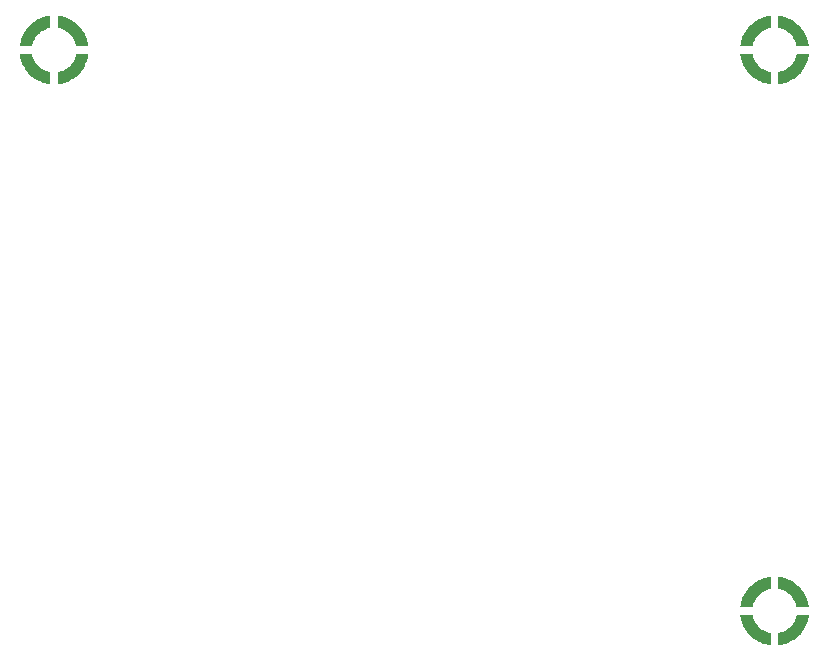
<source format=gbr>
G04 EAGLE Gerber RS-274X export*
G75*
%MOMM*%
%FSLAX34Y34*%
%LPD*%
%INSolderpaste Bottom*%
%IPPOS*%
%AMOC8*
5,1,8,0,0,1.08239X$1,22.5*%
G01*

G36*
X36797Y485987D02*
X36797Y485987D01*
X36792Y485994D01*
X36799Y486000D01*
X36799Y496300D01*
X36763Y496347D01*
X36756Y496342D01*
X36750Y496349D01*
X36653Y496349D01*
X36309Y496398D01*
X35662Y496548D01*
X34514Y496847D01*
X33767Y497096D01*
X32868Y497446D01*
X32370Y497645D01*
X31423Y498094D01*
X30674Y498493D01*
X29527Y499191D01*
X28879Y499640D01*
X28431Y499988D01*
X27682Y500588D01*
X27133Y501086D01*
X27133Y501087D01*
X26685Y501485D01*
X26337Y501882D01*
X26336Y501883D01*
X26336Y501884D01*
X25587Y502683D01*
X25139Y503231D01*
X24789Y503680D01*
X24391Y504228D01*
X24042Y504776D01*
X23642Y505425D01*
X23244Y506123D01*
X22845Y506921D01*
X22495Y507720D01*
X22146Y508567D01*
X21897Y509314D01*
X21698Y510062D01*
X21498Y510861D01*
X21349Y511605D01*
X21349Y511750D01*
X21313Y511797D01*
X21306Y511792D01*
X21300Y511799D01*
X10950Y511799D01*
X10903Y511763D01*
X10912Y511751D01*
X10902Y511740D01*
X10951Y511492D01*
X11051Y510793D01*
X11052Y510792D01*
X11051Y510792D01*
X11201Y509892D01*
X11202Y509891D01*
X11352Y509091D01*
X11352Y509090D01*
X11502Y508340D01*
X11503Y508339D01*
X11502Y508338D01*
X11752Y507338D01*
X11753Y507337D01*
X11753Y507336D01*
X12003Y506486D01*
X12004Y506485D01*
X12003Y506484D01*
X12303Y505584D01*
X12304Y505584D01*
X12304Y505583D01*
X12554Y504883D01*
X12854Y504083D01*
X12855Y504082D01*
X12854Y504081D01*
X13204Y503231D01*
X13206Y503230D01*
X13205Y503229D01*
X13555Y502479D01*
X13556Y502479D01*
X13556Y502478D01*
X14156Y501278D01*
X14158Y501277D01*
X14157Y501276D01*
X14957Y499876D01*
X14959Y499875D01*
X14959Y499873D01*
X15409Y499173D01*
X15658Y498774D01*
X15660Y498773D01*
X15660Y498772D01*
X16110Y498122D01*
X16460Y497622D01*
X16462Y497621D01*
X16461Y497620D01*
X16811Y497170D01*
X17311Y496520D01*
X17313Y496520D01*
X17312Y496518D01*
X17862Y495868D01*
X17863Y495868D01*
X18213Y495468D01*
X18214Y495467D01*
X18814Y494817D01*
X18815Y494816D01*
X18815Y494815D01*
X19915Y493715D01*
X19917Y493715D01*
X19917Y493713D01*
X20817Y492913D01*
X20818Y492913D01*
X20818Y492912D01*
X21468Y492362D01*
X21469Y492362D01*
X21969Y491962D01*
X21970Y491962D01*
X21970Y491961D01*
X22570Y491511D01*
X22571Y491511D01*
X22571Y491510D01*
X23271Y491010D01*
X23272Y491010D01*
X23922Y490560D01*
X23924Y490560D01*
X23924Y490558D01*
X24724Y490058D01*
X25274Y489708D01*
X25277Y489709D01*
X25277Y489706D01*
X26126Y489257D01*
X26826Y488857D01*
X26829Y488858D01*
X26829Y488855D01*
X27679Y488455D01*
X27680Y488456D01*
X27681Y488455D01*
X29431Y487705D01*
X29433Y487705D01*
X29434Y487704D01*
X30434Y487354D01*
X30434Y487353D01*
X31184Y487103D01*
X31185Y487104D01*
X31185Y487103D01*
X31985Y486853D01*
X31987Y486854D01*
X31988Y486852D01*
X33188Y486552D01*
X33189Y486552D01*
X34039Y486352D01*
X34040Y486353D01*
X34041Y486352D01*
X34841Y486202D01*
X35691Y486052D01*
X35693Y486052D01*
X35694Y486051D01*
X36494Y485951D01*
X36498Y485953D01*
X36500Y485951D01*
X36750Y485951D01*
X36797Y485987D01*
G37*
G36*
X43508Y485951D02*
X43508Y485951D01*
X44207Y486051D01*
X44208Y486052D01*
X44208Y486051D01*
X45108Y486201D01*
X45109Y486202D01*
X45909Y486352D01*
X45910Y486352D01*
X46660Y486502D01*
X46661Y486503D01*
X46662Y486502D01*
X47662Y486752D01*
X47663Y486753D01*
X47664Y486753D01*
X48514Y487003D01*
X48515Y487004D01*
X48516Y487003D01*
X49416Y487303D01*
X49416Y487304D01*
X49417Y487304D01*
X50117Y487554D01*
X50917Y487854D01*
X50918Y487855D01*
X50919Y487854D01*
X51769Y488204D01*
X51770Y488206D01*
X51771Y488205D01*
X52521Y488555D01*
X52521Y488556D01*
X52522Y488556D01*
X53722Y489156D01*
X53723Y489158D01*
X53724Y489157D01*
X55124Y489957D01*
X55125Y489959D01*
X55127Y489959D01*
X55827Y490409D01*
X56226Y490658D01*
X56227Y490660D01*
X56228Y490660D01*
X56878Y491110D01*
X57378Y491460D01*
X57379Y491462D01*
X57380Y491461D01*
X57830Y491811D01*
X58480Y492311D01*
X58481Y492313D01*
X58482Y492312D01*
X59132Y492862D01*
X59132Y492863D01*
X59532Y493213D01*
X59533Y493214D01*
X60183Y493814D01*
X60184Y493815D01*
X60185Y493815D01*
X61285Y494915D01*
X61285Y494917D01*
X61287Y494917D01*
X62087Y495817D01*
X62087Y495818D01*
X62088Y495818D01*
X62638Y496468D01*
X62638Y496469D01*
X63038Y496969D01*
X63039Y496970D01*
X63489Y497570D01*
X63489Y497571D01*
X63490Y497571D01*
X63990Y498271D01*
X63990Y498272D01*
X63991Y498272D01*
X64441Y498922D01*
X64440Y498924D01*
X64442Y498924D01*
X64942Y499724D01*
X65292Y500274D01*
X65291Y500277D01*
X65294Y500277D01*
X65743Y501126D01*
X66143Y501826D01*
X66142Y501829D01*
X66145Y501829D01*
X66545Y502679D01*
X66544Y502680D01*
X66545Y502681D01*
X67295Y504431D01*
X67295Y504433D01*
X67297Y504434D01*
X67647Y505434D01*
X67646Y505434D01*
X67647Y505434D01*
X67897Y506184D01*
X67897Y506185D01*
X68147Y506985D01*
X68146Y506987D01*
X68148Y506988D01*
X68448Y508188D01*
X68448Y508189D01*
X68648Y509039D01*
X68647Y509040D01*
X68648Y509041D01*
X68798Y509841D01*
X68799Y509841D01*
X68949Y510691D01*
X68948Y510693D01*
X68949Y510694D01*
X69049Y511494D01*
X69047Y511497D01*
X69047Y511498D01*
X69049Y511500D01*
X69049Y511750D01*
X69013Y511797D01*
X69006Y511792D01*
X69000Y511799D01*
X58700Y511799D01*
X58653Y511763D01*
X58658Y511756D01*
X58651Y511750D01*
X58651Y511653D01*
X58602Y511309D01*
X58452Y510661D01*
X58153Y509514D01*
X57904Y508767D01*
X57554Y507868D01*
X57355Y507370D01*
X56906Y506423D01*
X56507Y505674D01*
X55809Y504527D01*
X55360Y503879D01*
X55012Y503431D01*
X54412Y502682D01*
X53914Y502133D01*
X53913Y502133D01*
X53515Y501685D01*
X53118Y501337D01*
X53117Y501336D01*
X53116Y501336D01*
X52318Y500587D01*
X51769Y500139D01*
X51320Y499789D01*
X50772Y499391D01*
X50224Y499042D01*
X49575Y498642D01*
X48877Y498244D01*
X48079Y497845D01*
X47280Y497495D01*
X46433Y497146D01*
X45686Y496897D01*
X44937Y496698D01*
X44139Y496498D01*
X43395Y496349D01*
X43250Y496349D01*
X43203Y496313D01*
X43206Y496309D01*
X43203Y496306D01*
X43205Y496303D01*
X43201Y496300D01*
X43201Y485950D01*
X43237Y485903D01*
X43249Y485912D01*
X43260Y485902D01*
X43508Y485951D01*
G37*
G36*
X653508Y485951D02*
X653508Y485951D01*
X654207Y486051D01*
X654208Y486052D01*
X654208Y486051D01*
X655108Y486201D01*
X655109Y486202D01*
X655909Y486352D01*
X655910Y486352D01*
X656660Y486502D01*
X656661Y486503D01*
X656662Y486502D01*
X657662Y486752D01*
X657663Y486753D01*
X657664Y486753D01*
X658514Y487003D01*
X658515Y487004D01*
X658516Y487003D01*
X659416Y487303D01*
X659416Y487304D01*
X659417Y487304D01*
X660117Y487554D01*
X660917Y487854D01*
X660918Y487855D01*
X660919Y487854D01*
X661769Y488204D01*
X661770Y488206D01*
X661771Y488205D01*
X662521Y488555D01*
X662521Y488556D01*
X662522Y488556D01*
X663722Y489156D01*
X663723Y489158D01*
X663724Y489157D01*
X665124Y489957D01*
X665125Y489959D01*
X665127Y489959D01*
X665827Y490409D01*
X666226Y490658D01*
X666227Y490660D01*
X666228Y490660D01*
X666878Y491110D01*
X667378Y491460D01*
X667379Y491462D01*
X667380Y491461D01*
X667830Y491811D01*
X668480Y492311D01*
X668481Y492313D01*
X668482Y492312D01*
X669132Y492862D01*
X669132Y492863D01*
X669532Y493213D01*
X669533Y493214D01*
X670183Y493814D01*
X670184Y493815D01*
X670185Y493815D01*
X671285Y494915D01*
X671285Y494917D01*
X671287Y494917D01*
X672087Y495817D01*
X672087Y495818D01*
X672088Y495818D01*
X672638Y496468D01*
X672638Y496469D01*
X673038Y496969D01*
X673039Y496970D01*
X673489Y497570D01*
X673489Y497571D01*
X673490Y497571D01*
X673990Y498271D01*
X673990Y498272D01*
X673991Y498272D01*
X674441Y498922D01*
X674440Y498924D01*
X674442Y498924D01*
X674942Y499724D01*
X675292Y500274D01*
X675291Y500277D01*
X675294Y500277D01*
X675743Y501126D01*
X676143Y501826D01*
X676142Y501829D01*
X676145Y501829D01*
X676545Y502679D01*
X676544Y502680D01*
X676545Y502681D01*
X677295Y504431D01*
X677295Y504433D01*
X677297Y504434D01*
X677647Y505434D01*
X677646Y505434D01*
X677647Y505434D01*
X677897Y506184D01*
X677897Y506185D01*
X678147Y506985D01*
X678146Y506987D01*
X678148Y506988D01*
X678448Y508188D01*
X678448Y508189D01*
X678648Y509039D01*
X678647Y509040D01*
X678648Y509041D01*
X678798Y509841D01*
X678799Y509841D01*
X678949Y510691D01*
X678948Y510693D01*
X678949Y510694D01*
X679049Y511494D01*
X679047Y511497D01*
X679047Y511498D01*
X679049Y511500D01*
X679049Y511750D01*
X679013Y511797D01*
X679006Y511792D01*
X679000Y511799D01*
X668700Y511799D01*
X668653Y511763D01*
X668658Y511756D01*
X668651Y511750D01*
X668651Y511653D01*
X668602Y511309D01*
X668452Y510661D01*
X668153Y509514D01*
X667904Y508767D01*
X667554Y507868D01*
X667355Y507370D01*
X666906Y506423D01*
X666507Y505674D01*
X665809Y504527D01*
X665360Y503879D01*
X665012Y503431D01*
X664412Y502682D01*
X663914Y502133D01*
X663913Y502133D01*
X663515Y501685D01*
X663118Y501337D01*
X663117Y501336D01*
X663116Y501336D01*
X662318Y500587D01*
X661769Y500139D01*
X661320Y499789D01*
X660772Y499391D01*
X660224Y499042D01*
X659575Y498642D01*
X658877Y498244D01*
X658079Y497845D01*
X657280Y497495D01*
X656433Y497146D01*
X655686Y496897D01*
X654937Y496698D01*
X654139Y496498D01*
X653395Y496349D01*
X653250Y496349D01*
X653203Y496313D01*
X653206Y496309D01*
X653203Y496306D01*
X653205Y496303D01*
X653201Y496300D01*
X653201Y485950D01*
X653237Y485903D01*
X653249Y485912D01*
X653260Y485902D01*
X653508Y485951D01*
G37*
G36*
X646797Y10987D02*
X646797Y10987D01*
X646792Y10994D01*
X646799Y11000D01*
X646799Y21300D01*
X646763Y21347D01*
X646756Y21342D01*
X646750Y21349D01*
X646653Y21349D01*
X646309Y21398D01*
X645662Y21548D01*
X644514Y21847D01*
X643767Y22096D01*
X642868Y22446D01*
X642370Y22645D01*
X641423Y23094D01*
X640674Y23493D01*
X639527Y24191D01*
X638879Y24640D01*
X638431Y24988D01*
X637682Y25588D01*
X637133Y26086D01*
X637133Y26087D01*
X636685Y26485D01*
X636337Y26882D01*
X636336Y26883D01*
X636336Y26884D01*
X635587Y27683D01*
X635139Y28231D01*
X634789Y28680D01*
X634391Y29228D01*
X634042Y29776D01*
X633642Y30425D01*
X633244Y31123D01*
X632845Y31921D01*
X632495Y32720D01*
X632146Y33567D01*
X631897Y34314D01*
X631698Y35062D01*
X631498Y35861D01*
X631349Y36605D01*
X631349Y36750D01*
X631313Y36797D01*
X631306Y36792D01*
X631300Y36799D01*
X620950Y36799D01*
X620903Y36763D01*
X620912Y36751D01*
X620902Y36740D01*
X620951Y36492D01*
X621051Y35793D01*
X621052Y35792D01*
X621051Y35792D01*
X621201Y34892D01*
X621202Y34891D01*
X621352Y34091D01*
X621352Y34090D01*
X621502Y33340D01*
X621503Y33339D01*
X621502Y33338D01*
X621752Y32338D01*
X621753Y32337D01*
X621753Y32336D01*
X622003Y31486D01*
X622004Y31485D01*
X622003Y31484D01*
X622303Y30584D01*
X622304Y30584D01*
X622304Y30583D01*
X622554Y29883D01*
X622854Y29083D01*
X622855Y29082D01*
X622854Y29081D01*
X623204Y28231D01*
X623206Y28230D01*
X623205Y28229D01*
X623555Y27479D01*
X623556Y27479D01*
X623556Y27478D01*
X624156Y26278D01*
X624158Y26277D01*
X624157Y26276D01*
X624957Y24876D01*
X624959Y24875D01*
X624959Y24873D01*
X625409Y24173D01*
X625658Y23774D01*
X625660Y23773D01*
X625660Y23772D01*
X626110Y23122D01*
X626460Y22622D01*
X626462Y22621D01*
X626461Y22620D01*
X626811Y22170D01*
X627311Y21520D01*
X627313Y21520D01*
X627312Y21518D01*
X627862Y20868D01*
X627863Y20868D01*
X628213Y20468D01*
X628214Y20467D01*
X628814Y19817D01*
X628815Y19816D01*
X628815Y19815D01*
X629915Y18715D01*
X629917Y18715D01*
X629917Y18713D01*
X630817Y17913D01*
X630818Y17913D01*
X630818Y17912D01*
X631468Y17362D01*
X631469Y17362D01*
X631969Y16962D01*
X631970Y16962D01*
X631970Y16961D01*
X632570Y16511D01*
X632571Y16511D01*
X632571Y16510D01*
X633271Y16010D01*
X633272Y16010D01*
X633922Y15560D01*
X633924Y15560D01*
X633924Y15558D01*
X634724Y15058D01*
X635274Y14708D01*
X635277Y14709D01*
X635277Y14706D01*
X636126Y14257D01*
X636826Y13857D01*
X636829Y13858D01*
X636829Y13855D01*
X637679Y13455D01*
X637680Y13456D01*
X637681Y13455D01*
X639431Y12705D01*
X639433Y12705D01*
X639434Y12704D01*
X640434Y12354D01*
X640434Y12353D01*
X641184Y12103D01*
X641185Y12104D01*
X641185Y12103D01*
X641985Y11853D01*
X641987Y11854D01*
X641988Y11852D01*
X643188Y11552D01*
X643189Y11552D01*
X644039Y11352D01*
X644040Y11353D01*
X644041Y11352D01*
X644841Y11202D01*
X645691Y11052D01*
X645693Y11052D01*
X645694Y11051D01*
X646494Y10951D01*
X646498Y10953D01*
X646500Y10951D01*
X646750Y10951D01*
X646797Y10987D01*
G37*
G36*
X646797Y485987D02*
X646797Y485987D01*
X646792Y485994D01*
X646799Y486000D01*
X646799Y496300D01*
X646763Y496347D01*
X646756Y496342D01*
X646750Y496349D01*
X646653Y496349D01*
X646309Y496398D01*
X645662Y496548D01*
X644514Y496847D01*
X643767Y497096D01*
X642868Y497446D01*
X642370Y497645D01*
X641423Y498094D01*
X640674Y498493D01*
X639527Y499191D01*
X638879Y499640D01*
X638431Y499988D01*
X637682Y500588D01*
X637133Y501086D01*
X637133Y501087D01*
X636685Y501485D01*
X636337Y501882D01*
X636336Y501883D01*
X636336Y501884D01*
X635587Y502683D01*
X635139Y503231D01*
X634789Y503680D01*
X634391Y504228D01*
X634042Y504776D01*
X633642Y505425D01*
X633244Y506123D01*
X632845Y506921D01*
X632495Y507720D01*
X632146Y508567D01*
X631897Y509314D01*
X631698Y510062D01*
X631498Y510861D01*
X631349Y511605D01*
X631349Y511750D01*
X631313Y511797D01*
X631306Y511792D01*
X631300Y511799D01*
X620950Y511799D01*
X620903Y511763D01*
X620912Y511751D01*
X620902Y511740D01*
X620951Y511492D01*
X621051Y510793D01*
X621052Y510792D01*
X621051Y510792D01*
X621201Y509892D01*
X621202Y509891D01*
X621352Y509091D01*
X621352Y509090D01*
X621502Y508340D01*
X621503Y508339D01*
X621502Y508338D01*
X621752Y507338D01*
X621753Y507337D01*
X621753Y507336D01*
X622003Y506486D01*
X622004Y506485D01*
X622003Y506484D01*
X622303Y505584D01*
X622304Y505584D01*
X622304Y505583D01*
X622554Y504883D01*
X622854Y504083D01*
X622855Y504082D01*
X622854Y504081D01*
X623204Y503231D01*
X623206Y503230D01*
X623205Y503229D01*
X623555Y502479D01*
X623556Y502479D01*
X623556Y502478D01*
X624156Y501278D01*
X624158Y501277D01*
X624157Y501276D01*
X624957Y499876D01*
X624959Y499875D01*
X624959Y499873D01*
X625409Y499173D01*
X625658Y498774D01*
X625660Y498773D01*
X625660Y498772D01*
X626110Y498122D01*
X626460Y497622D01*
X626462Y497621D01*
X626461Y497620D01*
X626811Y497170D01*
X627311Y496520D01*
X627313Y496520D01*
X627312Y496518D01*
X627862Y495868D01*
X627863Y495868D01*
X628213Y495468D01*
X628214Y495467D01*
X628814Y494817D01*
X628815Y494816D01*
X628815Y494815D01*
X629915Y493715D01*
X629917Y493715D01*
X629917Y493713D01*
X630817Y492913D01*
X630818Y492913D01*
X630818Y492912D01*
X631468Y492362D01*
X631469Y492362D01*
X631969Y491962D01*
X631970Y491962D01*
X631970Y491961D01*
X632570Y491511D01*
X632571Y491511D01*
X632571Y491510D01*
X633271Y491010D01*
X633272Y491010D01*
X633922Y490560D01*
X633924Y490560D01*
X633924Y490558D01*
X634724Y490058D01*
X635274Y489708D01*
X635277Y489709D01*
X635277Y489706D01*
X636126Y489257D01*
X636826Y488857D01*
X636829Y488858D01*
X636829Y488855D01*
X637679Y488455D01*
X637680Y488456D01*
X637681Y488455D01*
X639431Y487705D01*
X639433Y487705D01*
X639434Y487704D01*
X640434Y487354D01*
X640434Y487353D01*
X641184Y487103D01*
X641185Y487104D01*
X641185Y487103D01*
X641985Y486853D01*
X641987Y486854D01*
X641988Y486852D01*
X643188Y486552D01*
X643189Y486552D01*
X644039Y486352D01*
X644040Y486353D01*
X644041Y486352D01*
X644841Y486202D01*
X645691Y486052D01*
X645693Y486052D01*
X645694Y486051D01*
X646494Y485951D01*
X646498Y485953D01*
X646500Y485951D01*
X646750Y485951D01*
X646797Y485987D01*
G37*
G36*
X631347Y43237D02*
X631347Y43237D01*
X631342Y43244D01*
X631349Y43250D01*
X631349Y43347D01*
X631398Y43691D01*
X631548Y44338D01*
X631847Y45486D01*
X632096Y46233D01*
X632446Y47132D01*
X632645Y47630D01*
X633094Y48577D01*
X633493Y49326D01*
X634191Y50473D01*
X634640Y51121D01*
X634988Y51569D01*
X635588Y52318D01*
X636086Y52867D01*
X636087Y52867D01*
X636485Y53315D01*
X636882Y53663D01*
X636883Y53664D01*
X636884Y53664D01*
X637683Y54413D01*
X638231Y54861D01*
X638680Y55211D01*
X639228Y55609D01*
X639776Y55958D01*
X640425Y56358D01*
X641123Y56756D01*
X641921Y57155D01*
X642720Y57505D01*
X643567Y57854D01*
X644314Y58103D01*
X645063Y58302D01*
X645861Y58502D01*
X646605Y58651D01*
X646750Y58651D01*
X646797Y58687D01*
X646792Y58694D01*
X646799Y58700D01*
X646799Y69050D01*
X646763Y69097D01*
X646751Y69088D01*
X646740Y69098D01*
X646492Y69049D01*
X645793Y68949D01*
X645792Y68948D01*
X645792Y68949D01*
X644892Y68799D01*
X644891Y68798D01*
X644091Y68648D01*
X644090Y68648D01*
X643340Y68498D01*
X643339Y68497D01*
X643338Y68498D01*
X642338Y68248D01*
X642337Y68247D01*
X642336Y68247D01*
X641486Y67997D01*
X641485Y67996D01*
X641484Y67997D01*
X640584Y67697D01*
X640584Y67696D01*
X640583Y67696D01*
X639883Y67446D01*
X639083Y67146D01*
X639082Y67145D01*
X639081Y67146D01*
X638231Y66796D01*
X638230Y66794D01*
X638229Y66795D01*
X637479Y66445D01*
X637479Y66444D01*
X637478Y66444D01*
X636278Y65844D01*
X636277Y65842D01*
X636276Y65843D01*
X634876Y65043D01*
X634875Y65041D01*
X634873Y65041D01*
X634173Y64591D01*
X633774Y64342D01*
X633773Y64340D01*
X633772Y64341D01*
X633122Y63891D01*
X633122Y63890D01*
X632622Y63540D01*
X632621Y63539D01*
X632620Y63539D01*
X632170Y63189D01*
X631520Y62689D01*
X631520Y62687D01*
X631518Y62688D01*
X630868Y62138D01*
X630868Y62137D01*
X630468Y61787D01*
X630467Y61786D01*
X629817Y61186D01*
X629816Y61185D01*
X629815Y61185D01*
X628715Y60085D01*
X628715Y60083D01*
X628713Y60083D01*
X627913Y59183D01*
X627913Y59182D01*
X627912Y59182D01*
X627362Y58532D01*
X627362Y58531D01*
X626962Y58031D01*
X626962Y58030D01*
X626961Y58030D01*
X626511Y57430D01*
X626511Y57429D01*
X626510Y57429D01*
X626010Y56729D01*
X626010Y56728D01*
X625560Y56078D01*
X625560Y56076D01*
X625558Y56076D01*
X625058Y55276D01*
X624708Y54726D01*
X624709Y54723D01*
X624706Y54723D01*
X624257Y53874D01*
X623857Y53174D01*
X623858Y53171D01*
X623855Y53171D01*
X623455Y52321D01*
X623456Y52320D01*
X623455Y52319D01*
X622705Y50569D01*
X622705Y50567D01*
X622704Y50566D01*
X622354Y49566D01*
X622353Y49566D01*
X622103Y48816D01*
X622104Y48815D01*
X622103Y48815D01*
X621853Y48015D01*
X621854Y48013D01*
X621852Y48012D01*
X621552Y46812D01*
X621552Y46811D01*
X621352Y45961D01*
X621353Y45960D01*
X621352Y45959D01*
X621202Y45159D01*
X621052Y44309D01*
X621052Y44307D01*
X621051Y44306D01*
X620951Y43506D01*
X620953Y43502D01*
X620951Y43500D01*
X620951Y43250D01*
X620987Y43203D01*
X620994Y43208D01*
X621000Y43201D01*
X631300Y43201D01*
X631347Y43237D01*
G37*
G36*
X21347Y518237D02*
X21347Y518237D01*
X21342Y518244D01*
X21349Y518250D01*
X21349Y518347D01*
X21398Y518691D01*
X21548Y519338D01*
X21847Y520486D01*
X22096Y521233D01*
X22446Y522132D01*
X22645Y522630D01*
X23094Y523577D01*
X23493Y524326D01*
X24191Y525473D01*
X24640Y526121D01*
X24988Y526569D01*
X25588Y527318D01*
X26086Y527867D01*
X26087Y527867D01*
X26485Y528315D01*
X26882Y528663D01*
X26883Y528664D01*
X26884Y528664D01*
X27683Y529413D01*
X28231Y529861D01*
X28680Y530211D01*
X29228Y530609D01*
X29776Y530958D01*
X30425Y531358D01*
X31123Y531756D01*
X31921Y532155D01*
X32720Y532505D01*
X33567Y532854D01*
X34314Y533103D01*
X35063Y533302D01*
X35861Y533502D01*
X36605Y533651D01*
X36750Y533651D01*
X36797Y533687D01*
X36792Y533694D01*
X36799Y533700D01*
X36799Y544050D01*
X36763Y544097D01*
X36751Y544088D01*
X36740Y544098D01*
X36492Y544049D01*
X35793Y543949D01*
X35792Y543948D01*
X35792Y543949D01*
X34892Y543799D01*
X34891Y543798D01*
X34091Y543648D01*
X34090Y543648D01*
X33340Y543498D01*
X33339Y543497D01*
X33338Y543498D01*
X32338Y543248D01*
X32337Y543247D01*
X32336Y543247D01*
X31486Y542997D01*
X31485Y542996D01*
X31484Y542997D01*
X30584Y542697D01*
X30584Y542696D01*
X30583Y542696D01*
X29883Y542446D01*
X29083Y542146D01*
X29082Y542145D01*
X29081Y542146D01*
X28231Y541796D01*
X28230Y541794D01*
X28229Y541795D01*
X27479Y541445D01*
X27479Y541444D01*
X27478Y541444D01*
X26278Y540844D01*
X26277Y540842D01*
X26276Y540843D01*
X24876Y540043D01*
X24875Y540041D01*
X24873Y540041D01*
X24173Y539591D01*
X23774Y539342D01*
X23773Y539340D01*
X23772Y539341D01*
X23122Y538891D01*
X23122Y538890D01*
X22622Y538540D01*
X22621Y538539D01*
X22620Y538539D01*
X22170Y538189D01*
X21520Y537689D01*
X21520Y537687D01*
X21518Y537688D01*
X20868Y537138D01*
X20868Y537137D01*
X20468Y536787D01*
X20467Y536786D01*
X19817Y536186D01*
X19816Y536185D01*
X19815Y536185D01*
X18715Y535085D01*
X18715Y535083D01*
X18713Y535083D01*
X17913Y534183D01*
X17913Y534182D01*
X17912Y534182D01*
X17362Y533532D01*
X17362Y533531D01*
X16962Y533031D01*
X16962Y533030D01*
X16961Y533030D01*
X16511Y532430D01*
X16511Y532429D01*
X16510Y532429D01*
X16010Y531729D01*
X16010Y531728D01*
X15560Y531078D01*
X15560Y531076D01*
X15558Y531076D01*
X15058Y530276D01*
X14708Y529726D01*
X14709Y529723D01*
X14706Y529723D01*
X14257Y528874D01*
X13857Y528174D01*
X13858Y528171D01*
X13855Y528171D01*
X13455Y527321D01*
X13456Y527320D01*
X13455Y527319D01*
X12705Y525569D01*
X12705Y525567D01*
X12704Y525566D01*
X12354Y524566D01*
X12353Y524566D01*
X12103Y523816D01*
X12104Y523815D01*
X12103Y523815D01*
X11853Y523015D01*
X11854Y523013D01*
X11852Y523012D01*
X11552Y521812D01*
X11552Y521811D01*
X11352Y520961D01*
X11353Y520960D01*
X11352Y520959D01*
X11202Y520159D01*
X11052Y519309D01*
X11052Y519307D01*
X11051Y519306D01*
X10951Y518506D01*
X10953Y518502D01*
X10951Y518500D01*
X10951Y518250D01*
X10987Y518203D01*
X10994Y518208D01*
X11000Y518201D01*
X21300Y518201D01*
X21347Y518237D01*
G37*
G36*
X631347Y518237D02*
X631347Y518237D01*
X631342Y518244D01*
X631349Y518250D01*
X631349Y518347D01*
X631398Y518691D01*
X631548Y519338D01*
X631847Y520486D01*
X632096Y521233D01*
X632446Y522132D01*
X632645Y522630D01*
X633094Y523577D01*
X633493Y524326D01*
X634191Y525473D01*
X634640Y526121D01*
X634988Y526569D01*
X635588Y527318D01*
X636086Y527867D01*
X636087Y527867D01*
X636485Y528315D01*
X636882Y528663D01*
X636883Y528664D01*
X636884Y528664D01*
X637683Y529413D01*
X638231Y529861D01*
X638680Y530211D01*
X639228Y530609D01*
X639776Y530958D01*
X640425Y531358D01*
X641123Y531756D01*
X641921Y532155D01*
X642720Y532505D01*
X643567Y532854D01*
X644314Y533103D01*
X645063Y533302D01*
X645861Y533502D01*
X646605Y533651D01*
X646750Y533651D01*
X646797Y533687D01*
X646792Y533694D01*
X646799Y533700D01*
X646799Y544050D01*
X646763Y544097D01*
X646751Y544088D01*
X646740Y544098D01*
X646492Y544049D01*
X645793Y543949D01*
X645792Y543948D01*
X645792Y543949D01*
X644892Y543799D01*
X644891Y543798D01*
X644091Y543648D01*
X644090Y543648D01*
X643340Y543498D01*
X643339Y543497D01*
X643338Y543498D01*
X642338Y543248D01*
X642337Y543247D01*
X642336Y543247D01*
X641486Y542997D01*
X641485Y542996D01*
X641484Y542997D01*
X640584Y542697D01*
X640584Y542696D01*
X640583Y542696D01*
X639883Y542446D01*
X639083Y542146D01*
X639082Y542145D01*
X639081Y542146D01*
X638231Y541796D01*
X638230Y541794D01*
X638229Y541795D01*
X637479Y541445D01*
X637479Y541444D01*
X637478Y541444D01*
X636278Y540844D01*
X636277Y540842D01*
X636276Y540843D01*
X634876Y540043D01*
X634875Y540041D01*
X634873Y540041D01*
X634173Y539591D01*
X633774Y539342D01*
X633773Y539340D01*
X633772Y539341D01*
X633122Y538891D01*
X633122Y538890D01*
X632622Y538540D01*
X632621Y538539D01*
X632620Y538539D01*
X632170Y538189D01*
X631520Y537689D01*
X631520Y537687D01*
X631518Y537688D01*
X630868Y537138D01*
X630868Y537137D01*
X630468Y536787D01*
X630467Y536786D01*
X629817Y536186D01*
X629816Y536185D01*
X629815Y536185D01*
X628715Y535085D01*
X628715Y535083D01*
X628713Y535083D01*
X627913Y534183D01*
X627913Y534182D01*
X627912Y534182D01*
X627362Y533532D01*
X627362Y533531D01*
X626962Y533031D01*
X626962Y533030D01*
X626961Y533030D01*
X626511Y532430D01*
X626511Y532429D01*
X626510Y532429D01*
X626010Y531729D01*
X626010Y531728D01*
X625560Y531078D01*
X625560Y531076D01*
X625558Y531076D01*
X625058Y530276D01*
X624708Y529726D01*
X624709Y529723D01*
X624706Y529723D01*
X624257Y528874D01*
X623857Y528174D01*
X623858Y528171D01*
X623855Y528171D01*
X623455Y527321D01*
X623456Y527320D01*
X623455Y527319D01*
X622705Y525569D01*
X622705Y525567D01*
X622704Y525566D01*
X622354Y524566D01*
X622353Y524566D01*
X622103Y523816D01*
X622104Y523815D01*
X622103Y523815D01*
X621853Y523015D01*
X621854Y523013D01*
X621852Y523012D01*
X621552Y521812D01*
X621552Y521811D01*
X621352Y520961D01*
X621353Y520960D01*
X621352Y520959D01*
X621202Y520159D01*
X621052Y519309D01*
X621052Y519307D01*
X621051Y519306D01*
X620951Y518506D01*
X620953Y518502D01*
X620951Y518500D01*
X620951Y518250D01*
X620987Y518203D01*
X620994Y518208D01*
X621000Y518201D01*
X631300Y518201D01*
X631347Y518237D01*
G37*
G36*
X653508Y10951D02*
X653508Y10951D01*
X654207Y11051D01*
X654208Y11052D01*
X654208Y11051D01*
X655108Y11201D01*
X655109Y11202D01*
X655909Y11352D01*
X655910Y11352D01*
X656660Y11502D01*
X656661Y11503D01*
X656662Y11502D01*
X657662Y11752D01*
X657663Y11753D01*
X657664Y11753D01*
X658514Y12003D01*
X658515Y12004D01*
X658516Y12003D01*
X659416Y12303D01*
X659416Y12304D01*
X659417Y12304D01*
X660117Y12554D01*
X660917Y12854D01*
X660918Y12855D01*
X660919Y12854D01*
X661769Y13204D01*
X661770Y13206D01*
X661771Y13205D01*
X662521Y13555D01*
X662521Y13556D01*
X662522Y13556D01*
X663722Y14156D01*
X663723Y14158D01*
X663724Y14157D01*
X665124Y14957D01*
X665125Y14959D01*
X665127Y14959D01*
X665827Y15409D01*
X666226Y15658D01*
X666227Y15660D01*
X666228Y15660D01*
X666878Y16110D01*
X667378Y16460D01*
X667379Y16462D01*
X667380Y16461D01*
X667830Y16811D01*
X668480Y17311D01*
X668481Y17313D01*
X668482Y17312D01*
X669132Y17862D01*
X669132Y17863D01*
X669532Y18213D01*
X669533Y18214D01*
X670183Y18814D01*
X670184Y18815D01*
X670185Y18815D01*
X671285Y19915D01*
X671285Y19917D01*
X671287Y19917D01*
X672087Y20817D01*
X672087Y20818D01*
X672088Y20818D01*
X672638Y21468D01*
X672638Y21469D01*
X673038Y21969D01*
X673039Y21970D01*
X673489Y22570D01*
X673489Y22571D01*
X673490Y22571D01*
X673990Y23271D01*
X673990Y23272D01*
X673991Y23272D01*
X674441Y23922D01*
X674440Y23924D01*
X674442Y23924D01*
X674942Y24724D01*
X675292Y25274D01*
X675291Y25277D01*
X675294Y25277D01*
X675743Y26126D01*
X676143Y26826D01*
X676142Y26829D01*
X676145Y26829D01*
X676545Y27679D01*
X676544Y27680D01*
X676545Y27681D01*
X677295Y29431D01*
X677295Y29433D01*
X677297Y29434D01*
X677647Y30434D01*
X677646Y30434D01*
X677647Y30434D01*
X677897Y31184D01*
X677897Y31185D01*
X678147Y31985D01*
X678146Y31987D01*
X678148Y31988D01*
X678448Y33188D01*
X678448Y33189D01*
X678648Y34039D01*
X678647Y34040D01*
X678648Y34041D01*
X678798Y34841D01*
X678799Y34841D01*
X678949Y35691D01*
X678948Y35693D01*
X678949Y35694D01*
X679049Y36494D01*
X679047Y36497D01*
X679047Y36498D01*
X679049Y36500D01*
X679049Y36750D01*
X679013Y36797D01*
X679006Y36792D01*
X679000Y36799D01*
X668700Y36799D01*
X668653Y36763D01*
X668658Y36756D01*
X668651Y36750D01*
X668651Y36653D01*
X668602Y36309D01*
X668452Y35661D01*
X668153Y34514D01*
X667904Y33767D01*
X667554Y32868D01*
X667355Y32370D01*
X666906Y31423D01*
X666507Y30674D01*
X665809Y29527D01*
X665360Y28879D01*
X665012Y28431D01*
X664412Y27682D01*
X663914Y27133D01*
X663913Y27133D01*
X663515Y26685D01*
X663118Y26337D01*
X663117Y26336D01*
X663116Y26336D01*
X662318Y25587D01*
X661769Y25139D01*
X661320Y24789D01*
X660772Y24391D01*
X660224Y24042D01*
X659575Y23642D01*
X658877Y23244D01*
X658079Y22845D01*
X657280Y22495D01*
X656433Y22146D01*
X655686Y21897D01*
X654937Y21698D01*
X654139Y21498D01*
X653395Y21349D01*
X653250Y21349D01*
X653203Y21313D01*
X653206Y21309D01*
X653203Y21306D01*
X653205Y21303D01*
X653201Y21300D01*
X653201Y10950D01*
X653237Y10903D01*
X653249Y10912D01*
X653260Y10902D01*
X653508Y10951D01*
G37*
G36*
X679097Y43237D02*
X679097Y43237D01*
X679088Y43249D01*
X679098Y43260D01*
X679049Y43508D01*
X678949Y44207D01*
X678948Y44208D01*
X678949Y44208D01*
X678799Y45108D01*
X678798Y45109D01*
X678648Y45909D01*
X678648Y45910D01*
X678498Y46660D01*
X678497Y46661D01*
X678498Y46662D01*
X678248Y47662D01*
X678247Y47663D01*
X678247Y47664D01*
X677997Y48514D01*
X677996Y48515D01*
X677997Y48516D01*
X677697Y49416D01*
X677696Y49416D01*
X677696Y49417D01*
X677446Y50117D01*
X677146Y50917D01*
X677145Y50918D01*
X677146Y50919D01*
X676796Y51769D01*
X676794Y51770D01*
X676795Y51771D01*
X676445Y52521D01*
X676444Y52521D01*
X676444Y52522D01*
X675844Y53722D01*
X675842Y53723D01*
X675843Y53724D01*
X675043Y55124D01*
X675041Y55125D01*
X675041Y55127D01*
X674591Y55827D01*
X674342Y56226D01*
X674340Y56227D01*
X674341Y56228D01*
X673891Y56878D01*
X673890Y56878D01*
X673540Y57378D01*
X673539Y57379D01*
X673539Y57380D01*
X673189Y57830D01*
X672689Y58480D01*
X672687Y58481D01*
X672688Y58482D01*
X672138Y59132D01*
X672137Y59132D01*
X671787Y59532D01*
X671786Y59533D01*
X671186Y60183D01*
X671185Y60184D01*
X671185Y60185D01*
X670085Y61285D01*
X670083Y61285D01*
X670083Y61287D01*
X669183Y62087D01*
X669182Y62087D01*
X669182Y62088D01*
X668532Y62638D01*
X668531Y62638D01*
X668031Y63038D01*
X668030Y63039D01*
X667430Y63489D01*
X667429Y63489D01*
X667429Y63490D01*
X666729Y63990D01*
X666728Y63990D01*
X666728Y63991D01*
X666078Y64441D01*
X666076Y64440D01*
X666076Y64442D01*
X665276Y64942D01*
X664726Y65292D01*
X664723Y65291D01*
X664723Y65294D01*
X663874Y65743D01*
X663174Y66143D01*
X663171Y66142D01*
X663171Y66145D01*
X662321Y66545D01*
X662320Y66544D01*
X662319Y66545D01*
X660569Y67295D01*
X660567Y67295D01*
X660566Y67297D01*
X659566Y67647D01*
X659566Y67646D01*
X659566Y67647D01*
X658816Y67897D01*
X658815Y67897D01*
X658015Y68147D01*
X658013Y68146D01*
X658012Y68148D01*
X656812Y68448D01*
X656811Y68448D01*
X655961Y68648D01*
X655960Y68647D01*
X655959Y68648D01*
X655159Y68798D01*
X655159Y68799D01*
X654309Y68949D01*
X654307Y68948D01*
X654306Y68949D01*
X653506Y69049D01*
X653502Y69047D01*
X653500Y69049D01*
X653250Y69049D01*
X653203Y69013D01*
X653208Y69006D01*
X653201Y69000D01*
X653201Y58700D01*
X653237Y58653D01*
X653244Y58658D01*
X653250Y58651D01*
X653347Y58651D01*
X653691Y58602D01*
X654338Y58452D01*
X655486Y58153D01*
X656233Y57904D01*
X657132Y57554D01*
X657630Y57355D01*
X658577Y56906D01*
X659326Y56507D01*
X660473Y55809D01*
X661121Y55360D01*
X661569Y55012D01*
X662318Y54412D01*
X662867Y53914D01*
X662867Y53913D01*
X663315Y53515D01*
X663663Y53118D01*
X663664Y53117D01*
X663664Y53116D01*
X664413Y52318D01*
X664861Y51769D01*
X665211Y51320D01*
X665609Y50772D01*
X665958Y50224D01*
X666358Y49575D01*
X666756Y48877D01*
X667155Y48079D01*
X667505Y47280D01*
X667854Y46433D01*
X668103Y45686D01*
X668302Y44937D01*
X668502Y44139D01*
X668651Y43395D01*
X668651Y43250D01*
X668687Y43203D01*
X668694Y43208D01*
X668700Y43201D01*
X679050Y43201D01*
X679097Y43237D01*
G37*
G36*
X679097Y518237D02*
X679097Y518237D01*
X679088Y518249D01*
X679098Y518260D01*
X679049Y518508D01*
X678949Y519207D01*
X678948Y519208D01*
X678949Y519208D01*
X678799Y520108D01*
X678798Y520109D01*
X678648Y520909D01*
X678648Y520910D01*
X678498Y521660D01*
X678497Y521661D01*
X678498Y521662D01*
X678248Y522662D01*
X678247Y522663D01*
X678247Y522664D01*
X677997Y523514D01*
X677996Y523515D01*
X677997Y523516D01*
X677697Y524416D01*
X677696Y524416D01*
X677696Y524417D01*
X677446Y525117D01*
X677146Y525917D01*
X677145Y525918D01*
X677146Y525919D01*
X676796Y526769D01*
X676794Y526770D01*
X676795Y526771D01*
X676445Y527521D01*
X676444Y527521D01*
X676444Y527522D01*
X675844Y528722D01*
X675842Y528723D01*
X675843Y528724D01*
X675043Y530124D01*
X675041Y530125D01*
X675041Y530127D01*
X674591Y530827D01*
X674342Y531226D01*
X674340Y531227D01*
X674341Y531228D01*
X673891Y531878D01*
X673890Y531878D01*
X673540Y532378D01*
X673539Y532379D01*
X673539Y532380D01*
X673189Y532830D01*
X672689Y533480D01*
X672687Y533481D01*
X672688Y533482D01*
X672138Y534132D01*
X672137Y534132D01*
X671787Y534532D01*
X671786Y534533D01*
X671186Y535183D01*
X671185Y535184D01*
X671185Y535185D01*
X670085Y536285D01*
X670083Y536285D01*
X670083Y536287D01*
X669183Y537087D01*
X669182Y537087D01*
X669182Y537088D01*
X668532Y537638D01*
X668531Y537638D01*
X668031Y538038D01*
X668030Y538039D01*
X667430Y538489D01*
X667429Y538489D01*
X667429Y538490D01*
X666729Y538990D01*
X666728Y538990D01*
X666728Y538991D01*
X666078Y539441D01*
X666076Y539440D01*
X666076Y539442D01*
X665276Y539942D01*
X664726Y540292D01*
X664723Y540291D01*
X664723Y540294D01*
X663874Y540743D01*
X663174Y541143D01*
X663171Y541142D01*
X663171Y541145D01*
X662321Y541545D01*
X662320Y541544D01*
X662319Y541545D01*
X660569Y542295D01*
X660567Y542295D01*
X660566Y542297D01*
X659566Y542647D01*
X659566Y542646D01*
X659566Y542647D01*
X658816Y542897D01*
X658815Y542897D01*
X658015Y543147D01*
X658013Y543146D01*
X658012Y543148D01*
X656812Y543448D01*
X656811Y543448D01*
X655961Y543648D01*
X655960Y543647D01*
X655959Y543648D01*
X655159Y543798D01*
X655159Y543799D01*
X654309Y543949D01*
X654307Y543948D01*
X654306Y543949D01*
X653506Y544049D01*
X653502Y544047D01*
X653500Y544049D01*
X653250Y544049D01*
X653203Y544013D01*
X653208Y544006D01*
X653201Y544000D01*
X653201Y533700D01*
X653237Y533653D01*
X653244Y533658D01*
X653250Y533651D01*
X653347Y533651D01*
X653691Y533602D01*
X654338Y533452D01*
X655486Y533153D01*
X656233Y532904D01*
X657132Y532554D01*
X657630Y532355D01*
X658577Y531906D01*
X659326Y531507D01*
X660473Y530809D01*
X661121Y530360D01*
X661569Y530012D01*
X662318Y529412D01*
X662867Y528914D01*
X662867Y528913D01*
X663315Y528515D01*
X663663Y528118D01*
X663664Y528117D01*
X663664Y528116D01*
X664413Y527318D01*
X664861Y526769D01*
X665211Y526320D01*
X665609Y525772D01*
X665958Y525224D01*
X666358Y524575D01*
X666756Y523877D01*
X667155Y523079D01*
X667505Y522280D01*
X667854Y521433D01*
X668103Y520686D01*
X668302Y519937D01*
X668502Y519139D01*
X668651Y518395D01*
X668651Y518250D01*
X668687Y518203D01*
X668694Y518208D01*
X668700Y518201D01*
X679050Y518201D01*
X679097Y518237D01*
G37*
G36*
X69097Y518237D02*
X69097Y518237D01*
X69088Y518249D01*
X69098Y518260D01*
X69049Y518508D01*
X68949Y519207D01*
X68948Y519208D01*
X68949Y519208D01*
X68799Y520108D01*
X68798Y520109D01*
X68648Y520909D01*
X68648Y520910D01*
X68498Y521660D01*
X68497Y521661D01*
X68498Y521662D01*
X68248Y522662D01*
X68247Y522663D01*
X68247Y522664D01*
X67997Y523514D01*
X67996Y523515D01*
X67997Y523516D01*
X67697Y524416D01*
X67696Y524416D01*
X67696Y524417D01*
X67446Y525117D01*
X67146Y525917D01*
X67145Y525918D01*
X67146Y525919D01*
X66796Y526769D01*
X66794Y526770D01*
X66795Y526771D01*
X66445Y527521D01*
X66444Y527521D01*
X66444Y527522D01*
X65844Y528722D01*
X65842Y528723D01*
X65843Y528724D01*
X65043Y530124D01*
X65041Y530125D01*
X65041Y530127D01*
X64591Y530827D01*
X64342Y531226D01*
X64340Y531227D01*
X64341Y531228D01*
X63891Y531878D01*
X63890Y531878D01*
X63540Y532378D01*
X63539Y532379D01*
X63539Y532380D01*
X63189Y532830D01*
X62689Y533480D01*
X62687Y533481D01*
X62688Y533482D01*
X62138Y534132D01*
X62137Y534132D01*
X61787Y534532D01*
X61786Y534533D01*
X61186Y535183D01*
X61185Y535184D01*
X61185Y535185D01*
X60085Y536285D01*
X60083Y536285D01*
X60083Y536287D01*
X59183Y537087D01*
X59182Y537087D01*
X59182Y537088D01*
X58532Y537638D01*
X58531Y537638D01*
X58031Y538038D01*
X58030Y538039D01*
X57430Y538489D01*
X57429Y538489D01*
X57429Y538490D01*
X56729Y538990D01*
X56728Y538990D01*
X56728Y538991D01*
X56078Y539441D01*
X56076Y539440D01*
X56076Y539442D01*
X55276Y539942D01*
X54726Y540292D01*
X54723Y540291D01*
X54723Y540294D01*
X53874Y540743D01*
X53174Y541143D01*
X53171Y541142D01*
X53171Y541145D01*
X52321Y541545D01*
X52320Y541544D01*
X52319Y541545D01*
X50569Y542295D01*
X50567Y542295D01*
X50566Y542297D01*
X49566Y542647D01*
X49566Y542646D01*
X49566Y542647D01*
X48816Y542897D01*
X48815Y542897D01*
X48015Y543147D01*
X48013Y543146D01*
X48012Y543148D01*
X46812Y543448D01*
X46811Y543448D01*
X45961Y543648D01*
X45960Y543647D01*
X45959Y543648D01*
X45159Y543798D01*
X45159Y543799D01*
X44309Y543949D01*
X44307Y543948D01*
X44306Y543949D01*
X43506Y544049D01*
X43502Y544047D01*
X43500Y544049D01*
X43250Y544049D01*
X43203Y544013D01*
X43208Y544006D01*
X43201Y544000D01*
X43201Y533700D01*
X43237Y533653D01*
X43244Y533658D01*
X43250Y533651D01*
X43347Y533651D01*
X43691Y533602D01*
X44338Y533452D01*
X45486Y533153D01*
X46233Y532904D01*
X47132Y532554D01*
X47630Y532355D01*
X48577Y531906D01*
X49326Y531507D01*
X50473Y530809D01*
X51121Y530360D01*
X51569Y530012D01*
X52318Y529412D01*
X52867Y528914D01*
X52867Y528913D01*
X53315Y528515D01*
X53663Y528118D01*
X53664Y528117D01*
X53664Y528116D01*
X54413Y527318D01*
X54861Y526769D01*
X55211Y526320D01*
X55609Y525772D01*
X55958Y525224D01*
X56358Y524575D01*
X56756Y523877D01*
X57155Y523079D01*
X57505Y522280D01*
X57854Y521433D01*
X58103Y520686D01*
X58302Y519937D01*
X58502Y519139D01*
X58651Y518395D01*
X58651Y518250D01*
X58687Y518203D01*
X58694Y518208D01*
X58700Y518201D01*
X69050Y518201D01*
X69097Y518237D01*
G37*
M02*

</source>
